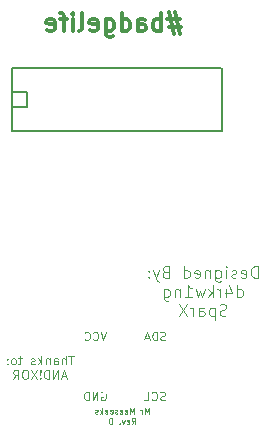
<source format=gbo>
G04 #@! TF.FileFunction,Legend,Bot*
%FSLAX46Y46*%
G04 Gerber Fmt 4.6, Leading zero omitted, Abs format (unit mm)*
G04 Created by KiCad (PCBNEW 4.0.7) date 06/01/18 20:47:04*
%MOMM*%
%LPD*%
G01*
G04 APERTURE LIST*
%ADD10C,0.100000*%
%ADD11C,0.125000*%
%ADD12C,0.300000*%
%ADD13C,0.150000*%
%ADD14C,2.100000*%
%ADD15O,2.100000X2.100000*%
%ADD16R,1.000000X0.900000*%
%ADD17R,2.400000X2.100000*%
%ADD18R,0.908000X1.543000*%
G04 APERTURE END LIST*
D10*
D11*
X101702904Y-126153690D02*
X101702904Y-125653690D01*
X101536238Y-126010833D01*
X101369571Y-125653690D01*
X101369571Y-126153690D01*
X101131475Y-126153690D02*
X101131475Y-125820357D01*
X101131475Y-125915595D02*
X101107666Y-125867976D01*
X101083856Y-125844167D01*
X101036237Y-125820357D01*
X100988618Y-125820357D01*
X100440999Y-126153690D02*
X100440999Y-125653690D01*
X100274333Y-126010833D01*
X100107666Y-125653690D01*
X100107666Y-126153690D01*
X99679094Y-126129881D02*
X99726713Y-126153690D01*
X99821951Y-126153690D01*
X99869570Y-126129881D01*
X99893380Y-126082262D01*
X99893380Y-125891786D01*
X99869570Y-125844167D01*
X99821951Y-125820357D01*
X99726713Y-125820357D01*
X99679094Y-125844167D01*
X99655285Y-125891786D01*
X99655285Y-125939405D01*
X99893380Y-125987024D01*
X99250523Y-126129881D02*
X99298142Y-126153690D01*
X99393380Y-126153690D01*
X99440999Y-126129881D01*
X99464809Y-126082262D01*
X99464809Y-125891786D01*
X99440999Y-125844167D01*
X99393380Y-125820357D01*
X99298142Y-125820357D01*
X99250523Y-125844167D01*
X99226714Y-125891786D01*
X99226714Y-125939405D01*
X99464809Y-125987024D01*
X99036238Y-126129881D02*
X98988619Y-126153690D01*
X98893381Y-126153690D01*
X98845762Y-126129881D01*
X98821952Y-126082262D01*
X98821952Y-126058452D01*
X98845762Y-126010833D01*
X98893381Y-125987024D01*
X98964809Y-125987024D01*
X99012428Y-125963214D01*
X99036238Y-125915595D01*
X99036238Y-125891786D01*
X99012428Y-125844167D01*
X98964809Y-125820357D01*
X98893381Y-125820357D01*
X98845762Y-125844167D01*
X98417190Y-126129881D02*
X98464809Y-126153690D01*
X98560047Y-126153690D01*
X98607666Y-126129881D01*
X98631476Y-126082262D01*
X98631476Y-125891786D01*
X98607666Y-125844167D01*
X98560047Y-125820357D01*
X98464809Y-125820357D01*
X98417190Y-125844167D01*
X98393381Y-125891786D01*
X98393381Y-125939405D01*
X98631476Y-125987024D01*
X97988619Y-126129881D02*
X98036238Y-126153690D01*
X98131476Y-126153690D01*
X98179095Y-126129881D01*
X98202905Y-126082262D01*
X98202905Y-125891786D01*
X98179095Y-125844167D01*
X98131476Y-125820357D01*
X98036238Y-125820357D01*
X97988619Y-125844167D01*
X97964810Y-125891786D01*
X97964810Y-125939405D01*
X98202905Y-125987024D01*
X97750524Y-126153690D02*
X97750524Y-125653690D01*
X97702905Y-125963214D02*
X97560048Y-126153690D01*
X97560048Y-125820357D02*
X97750524Y-126010833D01*
X97369572Y-126129881D02*
X97321953Y-126153690D01*
X97226715Y-126153690D01*
X97179096Y-126129881D01*
X97155286Y-126082262D01*
X97155286Y-126058452D01*
X97179096Y-126010833D01*
X97226715Y-125987024D01*
X97298143Y-125987024D01*
X97345762Y-125963214D01*
X97369572Y-125915595D01*
X97369572Y-125891786D01*
X97345762Y-125844167D01*
X97298143Y-125820357D01*
X97226715Y-125820357D01*
X97179096Y-125844167D01*
X100250523Y-127028690D02*
X100417190Y-126790595D01*
X100536237Y-127028690D02*
X100536237Y-126528690D01*
X100345761Y-126528690D01*
X100298142Y-126552500D01*
X100274333Y-126576310D01*
X100250523Y-126623929D01*
X100250523Y-126695357D01*
X100274333Y-126742976D01*
X100298142Y-126766786D01*
X100345761Y-126790595D01*
X100536237Y-126790595D01*
X99845761Y-127004881D02*
X99893380Y-127028690D01*
X99988618Y-127028690D01*
X100036237Y-127004881D01*
X100060047Y-126957262D01*
X100060047Y-126766786D01*
X100036237Y-126719167D01*
X99988618Y-126695357D01*
X99893380Y-126695357D01*
X99845761Y-126719167D01*
X99821952Y-126766786D01*
X99821952Y-126814405D01*
X100060047Y-126862024D01*
X99655285Y-126695357D02*
X99536238Y-127028690D01*
X99417190Y-126695357D01*
X99226714Y-126981071D02*
X99202905Y-127004881D01*
X99226714Y-127028690D01*
X99250524Y-127004881D01*
X99226714Y-126981071D01*
X99226714Y-127028690D01*
X98607667Y-127028690D02*
X98607667Y-126528690D01*
X98488620Y-126528690D01*
X98417191Y-126552500D01*
X98369572Y-126600119D01*
X98345763Y-126647738D01*
X98321953Y-126742976D01*
X98321953Y-126814405D01*
X98345763Y-126909643D01*
X98369572Y-126957262D01*
X98417191Y-127004881D01*
X98488620Y-127028690D01*
X98607667Y-127028690D01*
D12*
X104321857Y-92769571D02*
X103250428Y-92769571D01*
X103893285Y-92126714D02*
X104321857Y-94055286D01*
X103393285Y-93412429D02*
X104464714Y-93412429D01*
X103821857Y-94055286D02*
X103393285Y-92126714D01*
X102750428Y-93769571D02*
X102750428Y-92269571D01*
X102750428Y-92841000D02*
X102607571Y-92769571D01*
X102321857Y-92769571D01*
X102179000Y-92841000D01*
X102107571Y-92912429D01*
X102036142Y-93055286D01*
X102036142Y-93483857D01*
X102107571Y-93626714D01*
X102179000Y-93698143D01*
X102321857Y-93769571D01*
X102607571Y-93769571D01*
X102750428Y-93698143D01*
X100750428Y-93769571D02*
X100750428Y-92983857D01*
X100821857Y-92841000D01*
X100964714Y-92769571D01*
X101250428Y-92769571D01*
X101393285Y-92841000D01*
X100750428Y-93698143D02*
X100893285Y-93769571D01*
X101250428Y-93769571D01*
X101393285Y-93698143D01*
X101464714Y-93555286D01*
X101464714Y-93412429D01*
X101393285Y-93269571D01*
X101250428Y-93198143D01*
X100893285Y-93198143D01*
X100750428Y-93126714D01*
X99393285Y-93769571D02*
X99393285Y-92269571D01*
X99393285Y-93698143D02*
X99536142Y-93769571D01*
X99821856Y-93769571D01*
X99964714Y-93698143D01*
X100036142Y-93626714D01*
X100107571Y-93483857D01*
X100107571Y-93055286D01*
X100036142Y-92912429D01*
X99964714Y-92841000D01*
X99821856Y-92769571D01*
X99536142Y-92769571D01*
X99393285Y-92841000D01*
X98036142Y-92769571D02*
X98036142Y-93983857D01*
X98107571Y-94126714D01*
X98178999Y-94198143D01*
X98321856Y-94269571D01*
X98536142Y-94269571D01*
X98678999Y-94198143D01*
X98036142Y-93698143D02*
X98178999Y-93769571D01*
X98464713Y-93769571D01*
X98607571Y-93698143D01*
X98678999Y-93626714D01*
X98750428Y-93483857D01*
X98750428Y-93055286D01*
X98678999Y-92912429D01*
X98607571Y-92841000D01*
X98464713Y-92769571D01*
X98178999Y-92769571D01*
X98036142Y-92841000D01*
X96750428Y-93698143D02*
X96893285Y-93769571D01*
X97178999Y-93769571D01*
X97321856Y-93698143D01*
X97393285Y-93555286D01*
X97393285Y-92983857D01*
X97321856Y-92841000D01*
X97178999Y-92769571D01*
X96893285Y-92769571D01*
X96750428Y-92841000D01*
X96678999Y-92983857D01*
X96678999Y-93126714D01*
X97393285Y-93269571D01*
X95821856Y-93769571D02*
X95964714Y-93698143D01*
X96036142Y-93555286D01*
X96036142Y-92269571D01*
X95250428Y-93769571D02*
X95250428Y-92769571D01*
X95250428Y-92269571D02*
X95321857Y-92341000D01*
X95250428Y-92412429D01*
X95179000Y-92341000D01*
X95250428Y-92269571D01*
X95250428Y-92412429D01*
X94750428Y-92769571D02*
X94178999Y-92769571D01*
X94536142Y-93769571D02*
X94536142Y-92483857D01*
X94464714Y-92341000D01*
X94321856Y-92269571D01*
X94178999Y-92269571D01*
X93107571Y-93698143D02*
X93250428Y-93769571D01*
X93536142Y-93769571D01*
X93678999Y-93698143D01*
X93750428Y-93555286D01*
X93750428Y-92983857D01*
X93678999Y-92841000D01*
X93536142Y-92769571D01*
X93250428Y-92769571D01*
X93107571Y-92841000D01*
X93036142Y-92983857D01*
X93036142Y-93126714D01*
X93750428Y-93269571D01*
D10*
X95328382Y-121242226D02*
X94899811Y-121242226D01*
X95114097Y-121992226D02*
X95114097Y-121242226D01*
X94649811Y-121992226D02*
X94649811Y-121242226D01*
X94328382Y-121992226D02*
X94328382Y-121599369D01*
X94364096Y-121527940D01*
X94435525Y-121492226D01*
X94542668Y-121492226D01*
X94614096Y-121527940D01*
X94649811Y-121563654D01*
X93649811Y-121992226D02*
X93649811Y-121599369D01*
X93685525Y-121527940D01*
X93756954Y-121492226D01*
X93899811Y-121492226D01*
X93971240Y-121527940D01*
X93649811Y-121956511D02*
X93721240Y-121992226D01*
X93899811Y-121992226D01*
X93971240Y-121956511D01*
X94006954Y-121885083D01*
X94006954Y-121813654D01*
X93971240Y-121742226D01*
X93899811Y-121706511D01*
X93721240Y-121706511D01*
X93649811Y-121670797D01*
X93292669Y-121492226D02*
X93292669Y-121992226D01*
X93292669Y-121563654D02*
X93256954Y-121527940D01*
X93185526Y-121492226D01*
X93078383Y-121492226D01*
X93006954Y-121527940D01*
X92971240Y-121599369D01*
X92971240Y-121992226D01*
X92614098Y-121992226D02*
X92614098Y-121242226D01*
X92542669Y-121706511D02*
X92328383Y-121992226D01*
X92328383Y-121492226D02*
X92614098Y-121777940D01*
X92042669Y-121956511D02*
X91971240Y-121992226D01*
X91828383Y-121992226D01*
X91756955Y-121956511D01*
X91721240Y-121885083D01*
X91721240Y-121849369D01*
X91756955Y-121777940D01*
X91828383Y-121742226D01*
X91935526Y-121742226D01*
X92006955Y-121706511D01*
X92042669Y-121635083D01*
X92042669Y-121599369D01*
X92006955Y-121527940D01*
X91935526Y-121492226D01*
X91828383Y-121492226D01*
X91756955Y-121527940D01*
X90935525Y-121492226D02*
X90649811Y-121492226D01*
X90828383Y-121242226D02*
X90828383Y-121885083D01*
X90792668Y-121956511D01*
X90721240Y-121992226D01*
X90649811Y-121992226D01*
X90292669Y-121992226D02*
X90364097Y-121956511D01*
X90399812Y-121920797D01*
X90435526Y-121849369D01*
X90435526Y-121635083D01*
X90399812Y-121563654D01*
X90364097Y-121527940D01*
X90292669Y-121492226D01*
X90185526Y-121492226D01*
X90114097Y-121527940D01*
X90078383Y-121563654D01*
X90042669Y-121635083D01*
X90042669Y-121849369D01*
X90078383Y-121920797D01*
X90114097Y-121956511D01*
X90185526Y-121992226D01*
X90292669Y-121992226D01*
X89721241Y-121920797D02*
X89685526Y-121956511D01*
X89721241Y-121992226D01*
X89756955Y-121956511D01*
X89721241Y-121920797D01*
X89721241Y-121992226D01*
X89721241Y-121527940D02*
X89685526Y-121563654D01*
X89721241Y-121599369D01*
X89756955Y-121563654D01*
X89721241Y-121527940D01*
X89721241Y-121599369D01*
X94721240Y-123002940D02*
X94364097Y-123002940D01*
X94792668Y-123217226D02*
X94542668Y-122467226D01*
X94292668Y-123217226D01*
X94042669Y-123217226D02*
X94042669Y-122467226D01*
X93614097Y-123217226D01*
X93614097Y-122467226D01*
X93256955Y-123217226D02*
X93256955Y-122467226D01*
X93078383Y-122467226D01*
X92971240Y-122502940D01*
X92899812Y-122574369D01*
X92864097Y-122645797D01*
X92828383Y-122788654D01*
X92828383Y-122895797D01*
X92864097Y-123038654D01*
X92899812Y-123110083D01*
X92971240Y-123181511D01*
X93078383Y-123217226D01*
X93256955Y-123217226D01*
X92506955Y-123145797D02*
X92471240Y-123181511D01*
X92506955Y-123217226D01*
X92542669Y-123181511D01*
X92506955Y-123145797D01*
X92506955Y-123217226D01*
X92506955Y-122931511D02*
X92542669Y-122502940D01*
X92506955Y-122467226D01*
X92471240Y-122502940D01*
X92506955Y-122931511D01*
X92506955Y-122467226D01*
X92221240Y-122467226D02*
X91721240Y-123217226D01*
X91721240Y-122467226D02*
X92221240Y-123217226D01*
X91292668Y-122467226D02*
X91149811Y-122467226D01*
X91078383Y-122502940D01*
X91006954Y-122574369D01*
X90971240Y-122717226D01*
X90971240Y-122967226D01*
X91006954Y-123110083D01*
X91078383Y-123181511D01*
X91149811Y-123217226D01*
X91292668Y-123217226D01*
X91364097Y-123181511D01*
X91435526Y-123110083D01*
X91471240Y-122967226D01*
X91471240Y-122717226D01*
X91435526Y-122574369D01*
X91364097Y-122502940D01*
X91292668Y-122467226D01*
X90221240Y-123217226D02*
X90471240Y-122860083D01*
X90649812Y-123217226D02*
X90649812Y-122467226D01*
X90364097Y-122467226D01*
X90292669Y-122502940D01*
X90256954Y-122538654D01*
X90221240Y-122610083D01*
X90221240Y-122717226D01*
X90256954Y-122788654D01*
X90292669Y-122824369D01*
X90364097Y-122860083D01*
X90649812Y-122860083D01*
X110918048Y-114676381D02*
X110918048Y-113676381D01*
X110679953Y-113676381D01*
X110537095Y-113724000D01*
X110441857Y-113819238D01*
X110394238Y-113914476D01*
X110346619Y-114104952D01*
X110346619Y-114247810D01*
X110394238Y-114438286D01*
X110441857Y-114533524D01*
X110537095Y-114628762D01*
X110679953Y-114676381D01*
X110918048Y-114676381D01*
X109537095Y-114628762D02*
X109632333Y-114676381D01*
X109822810Y-114676381D01*
X109918048Y-114628762D01*
X109965667Y-114533524D01*
X109965667Y-114152571D01*
X109918048Y-114057333D01*
X109822810Y-114009714D01*
X109632333Y-114009714D01*
X109537095Y-114057333D01*
X109489476Y-114152571D01*
X109489476Y-114247810D01*
X109965667Y-114343048D01*
X109108524Y-114628762D02*
X109013286Y-114676381D01*
X108822810Y-114676381D01*
X108727571Y-114628762D01*
X108679952Y-114533524D01*
X108679952Y-114485905D01*
X108727571Y-114390667D01*
X108822810Y-114343048D01*
X108965667Y-114343048D01*
X109060905Y-114295429D01*
X109108524Y-114200190D01*
X109108524Y-114152571D01*
X109060905Y-114057333D01*
X108965667Y-114009714D01*
X108822810Y-114009714D01*
X108727571Y-114057333D01*
X108251381Y-114676381D02*
X108251381Y-114009714D01*
X108251381Y-113676381D02*
X108299000Y-113724000D01*
X108251381Y-113771619D01*
X108203762Y-113724000D01*
X108251381Y-113676381D01*
X108251381Y-113771619D01*
X107346619Y-114009714D02*
X107346619Y-114819238D01*
X107394238Y-114914476D01*
X107441857Y-114962095D01*
X107537096Y-115009714D01*
X107679953Y-115009714D01*
X107775191Y-114962095D01*
X107346619Y-114628762D02*
X107441857Y-114676381D01*
X107632334Y-114676381D01*
X107727572Y-114628762D01*
X107775191Y-114581143D01*
X107822810Y-114485905D01*
X107822810Y-114200190D01*
X107775191Y-114104952D01*
X107727572Y-114057333D01*
X107632334Y-114009714D01*
X107441857Y-114009714D01*
X107346619Y-114057333D01*
X106870429Y-114009714D02*
X106870429Y-114676381D01*
X106870429Y-114104952D02*
X106822810Y-114057333D01*
X106727572Y-114009714D01*
X106584714Y-114009714D01*
X106489476Y-114057333D01*
X106441857Y-114152571D01*
X106441857Y-114676381D01*
X105584714Y-114628762D02*
X105679952Y-114676381D01*
X105870429Y-114676381D01*
X105965667Y-114628762D01*
X106013286Y-114533524D01*
X106013286Y-114152571D01*
X105965667Y-114057333D01*
X105870429Y-114009714D01*
X105679952Y-114009714D01*
X105584714Y-114057333D01*
X105537095Y-114152571D01*
X105537095Y-114247810D01*
X106013286Y-114343048D01*
X104679952Y-114676381D02*
X104679952Y-113676381D01*
X104679952Y-114628762D02*
X104775190Y-114676381D01*
X104965667Y-114676381D01*
X105060905Y-114628762D01*
X105108524Y-114581143D01*
X105156143Y-114485905D01*
X105156143Y-114200190D01*
X105108524Y-114104952D01*
X105060905Y-114057333D01*
X104965667Y-114009714D01*
X104775190Y-114009714D01*
X104679952Y-114057333D01*
X103108523Y-114152571D02*
X102965666Y-114200190D01*
X102918047Y-114247810D01*
X102870428Y-114343048D01*
X102870428Y-114485905D01*
X102918047Y-114581143D01*
X102965666Y-114628762D01*
X103060904Y-114676381D01*
X103441857Y-114676381D01*
X103441857Y-113676381D01*
X103108523Y-113676381D01*
X103013285Y-113724000D01*
X102965666Y-113771619D01*
X102918047Y-113866857D01*
X102918047Y-113962095D01*
X102965666Y-114057333D01*
X103013285Y-114104952D01*
X103108523Y-114152571D01*
X103441857Y-114152571D01*
X102537095Y-114009714D02*
X102299000Y-114676381D01*
X102060904Y-114009714D02*
X102299000Y-114676381D01*
X102394238Y-114914476D01*
X102441857Y-114962095D01*
X102537095Y-115009714D01*
X101679952Y-114581143D02*
X101632333Y-114628762D01*
X101679952Y-114676381D01*
X101727571Y-114628762D01*
X101679952Y-114581143D01*
X101679952Y-114676381D01*
X101679952Y-114057333D02*
X101632333Y-114104952D01*
X101679952Y-114152571D01*
X101727571Y-114104952D01*
X101679952Y-114057333D01*
X101679952Y-114152571D01*
X109179952Y-116276381D02*
X109179952Y-115276381D01*
X109179952Y-116228762D02*
X109275190Y-116276381D01*
X109465667Y-116276381D01*
X109560905Y-116228762D01*
X109608524Y-116181143D01*
X109656143Y-116085905D01*
X109656143Y-115800190D01*
X109608524Y-115704952D01*
X109560905Y-115657333D01*
X109465667Y-115609714D01*
X109275190Y-115609714D01*
X109179952Y-115657333D01*
X108275190Y-115609714D02*
X108275190Y-116276381D01*
X108513286Y-115228762D02*
X108751381Y-115943048D01*
X108132333Y-115943048D01*
X107751381Y-116276381D02*
X107751381Y-115609714D01*
X107751381Y-115800190D02*
X107703762Y-115704952D01*
X107656143Y-115657333D01*
X107560905Y-115609714D01*
X107465666Y-115609714D01*
X107132333Y-116276381D02*
X107132333Y-115276381D01*
X107037095Y-115895429D02*
X106751380Y-116276381D01*
X106751380Y-115609714D02*
X107132333Y-115990667D01*
X106418047Y-115609714D02*
X106227571Y-116276381D01*
X106037094Y-115800190D01*
X105846618Y-116276381D01*
X105656142Y-115609714D01*
X104751380Y-116276381D02*
X105322809Y-116276381D01*
X105037095Y-116276381D02*
X105037095Y-115276381D01*
X105132333Y-115419238D01*
X105227571Y-115514476D01*
X105322809Y-115562095D01*
X104322809Y-115609714D02*
X104322809Y-116276381D01*
X104322809Y-115704952D02*
X104275190Y-115657333D01*
X104179952Y-115609714D01*
X104037094Y-115609714D01*
X103941856Y-115657333D01*
X103894237Y-115752571D01*
X103894237Y-116276381D01*
X102989475Y-115609714D02*
X102989475Y-116419238D01*
X103037094Y-116514476D01*
X103084713Y-116562095D01*
X103179952Y-116609714D01*
X103322809Y-116609714D01*
X103418047Y-116562095D01*
X102989475Y-116228762D02*
X103084713Y-116276381D01*
X103275190Y-116276381D01*
X103370428Y-116228762D01*
X103418047Y-116181143D01*
X103465666Y-116085905D01*
X103465666Y-115800190D01*
X103418047Y-115704952D01*
X103370428Y-115657333D01*
X103275190Y-115609714D01*
X103084713Y-115609714D01*
X102989475Y-115657333D01*
X108275191Y-117828762D02*
X108132334Y-117876381D01*
X107894238Y-117876381D01*
X107799000Y-117828762D01*
X107751381Y-117781143D01*
X107703762Y-117685905D01*
X107703762Y-117590667D01*
X107751381Y-117495429D01*
X107799000Y-117447810D01*
X107894238Y-117400190D01*
X108084715Y-117352571D01*
X108179953Y-117304952D01*
X108227572Y-117257333D01*
X108275191Y-117162095D01*
X108275191Y-117066857D01*
X108227572Y-116971619D01*
X108179953Y-116924000D01*
X108084715Y-116876381D01*
X107846619Y-116876381D01*
X107703762Y-116924000D01*
X107275191Y-117209714D02*
X107275191Y-118209714D01*
X107275191Y-117257333D02*
X107179953Y-117209714D01*
X106989476Y-117209714D01*
X106894238Y-117257333D01*
X106846619Y-117304952D01*
X106799000Y-117400190D01*
X106799000Y-117685905D01*
X106846619Y-117781143D01*
X106894238Y-117828762D01*
X106989476Y-117876381D01*
X107179953Y-117876381D01*
X107275191Y-117828762D01*
X105941857Y-117876381D02*
X105941857Y-117352571D01*
X105989476Y-117257333D01*
X106084714Y-117209714D01*
X106275191Y-117209714D01*
X106370429Y-117257333D01*
X105941857Y-117828762D02*
X106037095Y-117876381D01*
X106275191Y-117876381D01*
X106370429Y-117828762D01*
X106418048Y-117733524D01*
X106418048Y-117638286D01*
X106370429Y-117543048D01*
X106275191Y-117495429D01*
X106037095Y-117495429D01*
X105941857Y-117447810D01*
X105465667Y-117876381D02*
X105465667Y-117209714D01*
X105465667Y-117400190D02*
X105418048Y-117304952D01*
X105370429Y-117257333D01*
X105275191Y-117209714D01*
X105179952Y-117209714D01*
X104941857Y-116876381D02*
X104275190Y-117876381D01*
X104275190Y-116876381D02*
X104941857Y-117876381D01*
D13*
X107784900Y-96913700D02*
X90131900Y-96913700D01*
X90131900Y-102247700D02*
X107911900Y-102247700D01*
X107911900Y-96913700D02*
X107911900Y-102247700D01*
X90131900Y-102247700D02*
X90131900Y-96913700D01*
X90131900Y-100215700D02*
X91401900Y-100215700D01*
X91401900Y-100215700D02*
X91401900Y-98945700D01*
X91401900Y-98945700D02*
X90131900Y-98945700D01*
D10*
X103085000Y-119917333D02*
X102985000Y-119950667D01*
X102818333Y-119950667D01*
X102751666Y-119917333D01*
X102718333Y-119884000D01*
X102685000Y-119817333D01*
X102685000Y-119750667D01*
X102718333Y-119684000D01*
X102751666Y-119650667D01*
X102818333Y-119617333D01*
X102951666Y-119584000D01*
X103018333Y-119550667D01*
X103051666Y-119517333D01*
X103085000Y-119450667D01*
X103085000Y-119384000D01*
X103051666Y-119317333D01*
X103018333Y-119284000D01*
X102951666Y-119250667D01*
X102785000Y-119250667D01*
X102685000Y-119284000D01*
X102384999Y-119950667D02*
X102384999Y-119250667D01*
X102218333Y-119250667D01*
X102118333Y-119284000D01*
X102051666Y-119350667D01*
X102018333Y-119417333D01*
X101984999Y-119550667D01*
X101984999Y-119650667D01*
X102018333Y-119784000D01*
X102051666Y-119850667D01*
X102118333Y-119917333D01*
X102218333Y-119950667D01*
X102384999Y-119950667D01*
X101718333Y-119750667D02*
X101384999Y-119750667D01*
X101784999Y-119950667D02*
X101551666Y-119250667D01*
X101318333Y-119950667D01*
X103068334Y-124997333D02*
X102968334Y-125030667D01*
X102801667Y-125030667D01*
X102735000Y-124997333D01*
X102701667Y-124964000D01*
X102668334Y-124897333D01*
X102668334Y-124830667D01*
X102701667Y-124764000D01*
X102735000Y-124730667D01*
X102801667Y-124697333D01*
X102935000Y-124664000D01*
X103001667Y-124630667D01*
X103035000Y-124597333D01*
X103068334Y-124530667D01*
X103068334Y-124464000D01*
X103035000Y-124397333D01*
X103001667Y-124364000D01*
X102935000Y-124330667D01*
X102768334Y-124330667D01*
X102668334Y-124364000D01*
X101968333Y-124964000D02*
X102001667Y-124997333D01*
X102101667Y-125030667D01*
X102168333Y-125030667D01*
X102268333Y-124997333D01*
X102335000Y-124930667D01*
X102368333Y-124864000D01*
X102401667Y-124730667D01*
X102401667Y-124630667D01*
X102368333Y-124497333D01*
X102335000Y-124430667D01*
X102268333Y-124364000D01*
X102168333Y-124330667D01*
X102101667Y-124330667D01*
X102001667Y-124364000D01*
X101968333Y-124397333D01*
X101335000Y-125030667D02*
X101668333Y-125030667D01*
X101668333Y-124330667D01*
X97688333Y-124364000D02*
X97754999Y-124330667D01*
X97854999Y-124330667D01*
X97954999Y-124364000D01*
X98021666Y-124430667D01*
X98054999Y-124497333D01*
X98088333Y-124630667D01*
X98088333Y-124730667D01*
X98054999Y-124864000D01*
X98021666Y-124930667D01*
X97954999Y-124997333D01*
X97854999Y-125030667D01*
X97788333Y-125030667D01*
X97688333Y-124997333D01*
X97654999Y-124964000D01*
X97654999Y-124730667D01*
X97788333Y-124730667D01*
X97354999Y-125030667D02*
X97354999Y-124330667D01*
X96954999Y-125030667D01*
X96954999Y-124330667D01*
X96621666Y-125030667D02*
X96621666Y-124330667D01*
X96455000Y-124330667D01*
X96355000Y-124364000D01*
X96288333Y-124430667D01*
X96255000Y-124497333D01*
X96221666Y-124630667D01*
X96221666Y-124730667D01*
X96255000Y-124864000D01*
X96288333Y-124930667D01*
X96355000Y-124997333D01*
X96455000Y-125030667D01*
X96621666Y-125030667D01*
X98088333Y-119250667D02*
X97855000Y-119950667D01*
X97621667Y-119250667D01*
X96988333Y-119884000D02*
X97021667Y-119917333D01*
X97121667Y-119950667D01*
X97188333Y-119950667D01*
X97288333Y-119917333D01*
X97355000Y-119850667D01*
X97388333Y-119784000D01*
X97421667Y-119650667D01*
X97421667Y-119550667D01*
X97388333Y-119417333D01*
X97355000Y-119350667D01*
X97288333Y-119284000D01*
X97188333Y-119250667D01*
X97121667Y-119250667D01*
X97021667Y-119284000D01*
X96988333Y-119317333D01*
X96288333Y-119884000D02*
X96321667Y-119917333D01*
X96421667Y-119950667D01*
X96488333Y-119950667D01*
X96588333Y-119917333D01*
X96655000Y-119850667D01*
X96688333Y-119784000D01*
X96721667Y-119650667D01*
X96721667Y-119550667D01*
X96688333Y-119417333D01*
X96655000Y-119350667D01*
X96588333Y-119284000D01*
X96488333Y-119250667D01*
X96421667Y-119250667D01*
X96321667Y-119284000D01*
X96288333Y-119317333D01*
%LPC*%
D14*
X100965000Y-120904000D03*
D15*
X100965000Y-123444000D03*
X98425000Y-120904000D03*
X98425000Y-123444000D03*
D16*
X109051000Y-99441000D03*
X110151000Y-99441000D03*
D10*
G36*
X111554419Y-80047534D02*
X110700272Y-81965980D01*
X108507763Y-80989812D01*
X109361910Y-79071366D01*
X111554419Y-80047534D01*
X111554419Y-80047534D01*
G37*
G36*
X107900237Y-78420588D02*
X107046090Y-80339034D01*
X104853581Y-79362866D01*
X105707728Y-77444420D01*
X107900237Y-78420588D01*
X107900237Y-78420588D01*
G37*
G36*
X75332298Y-98960891D02*
X77424307Y-98777864D01*
X77633480Y-101168731D01*
X75541471Y-101351758D01*
X75332298Y-98960891D01*
X75332298Y-98960891D01*
G37*
G36*
X75680920Y-102945669D02*
X77772929Y-102762642D01*
X77982102Y-105153509D01*
X75890093Y-105336536D01*
X75680920Y-102945669D01*
X75680920Y-102945669D01*
G37*
G36*
X77933387Y-89699463D02*
X79906741Y-90417705D01*
X79085893Y-92672967D01*
X77112539Y-91954725D01*
X77933387Y-89699463D01*
X77933387Y-89699463D01*
G37*
G36*
X76565307Y-93458233D02*
X78538661Y-94176475D01*
X77717813Y-96431737D01*
X75744459Y-95713495D01*
X76565307Y-93458233D01*
X76565307Y-93458233D01*
G37*
G36*
X83910916Y-82161749D02*
X85471520Y-83566923D01*
X83865606Y-85350471D01*
X82305002Y-83945297D01*
X83910916Y-82161749D01*
X83910916Y-82161749D01*
G37*
G36*
X81234394Y-85134329D02*
X82794998Y-86539503D01*
X81189084Y-88323051D01*
X79628480Y-86917877D01*
X81234394Y-85134329D01*
X81234394Y-85134329D01*
G37*
G36*
X92220036Y-77553598D02*
X93107535Y-79456844D01*
X90932396Y-80471128D01*
X90044897Y-78567882D01*
X92220036Y-77553598D01*
X92220036Y-77553598D01*
G37*
G36*
X88594804Y-79244072D02*
X89482303Y-81147318D01*
X87307164Y-82161602D01*
X86419665Y-80258356D01*
X88594804Y-79244072D01*
X88594804Y-79244072D01*
G37*
D17*
X100755200Y-77876400D03*
X96755200Y-77876400D03*
D10*
G36*
X118634467Y-87171215D02*
X117025773Y-88521069D01*
X115483083Y-86682563D01*
X117091777Y-85332709D01*
X118634467Y-87171215D01*
X118634467Y-87171215D01*
G37*
G36*
X116063317Y-84107037D02*
X114454623Y-85456891D01*
X112911933Y-83618385D01*
X114520627Y-82268531D01*
X116063317Y-84107037D01*
X116063317Y-84107037D01*
G37*
G36*
X122527941Y-95662695D02*
X120554587Y-96380937D01*
X119733739Y-94125675D01*
X121707093Y-93407433D01*
X122527941Y-95662695D01*
X122527941Y-95662695D01*
G37*
G36*
X121159861Y-91903925D02*
X119186507Y-92622167D01*
X118365659Y-90366905D01*
X120339013Y-89648663D01*
X121159861Y-91903925D01*
X121159861Y-91903925D01*
G37*
G36*
X122331507Y-105285736D02*
X120239498Y-105102709D01*
X120448671Y-102711842D01*
X122540680Y-102894869D01*
X122331507Y-105285736D01*
X122331507Y-105285736D01*
G37*
G36*
X122680129Y-101300958D02*
X120588120Y-101117931D01*
X120797293Y-98727064D01*
X122889302Y-98910091D01*
X122680129Y-101300958D01*
X122680129Y-101300958D01*
G37*
D18*
X90766900Y-96024700D03*
X92036900Y-96024700D03*
X93306900Y-96024700D03*
X94576900Y-96024700D03*
X95846900Y-96024700D03*
X97116900Y-96024700D03*
X98386900Y-96024700D03*
X99656900Y-96024700D03*
X100926900Y-96024700D03*
X102196900Y-96024700D03*
X103466900Y-96024700D03*
X104736900Y-96024700D03*
X106006900Y-96024700D03*
X107276900Y-96024700D03*
X107276900Y-103136700D03*
X106006900Y-103136700D03*
X104736900Y-103136700D03*
X103466900Y-103136700D03*
X102196900Y-103136700D03*
X100926900Y-103136700D03*
X99656900Y-103136700D03*
X98386900Y-103136700D03*
X97116900Y-103136700D03*
X95846900Y-103136700D03*
X94576900Y-103136700D03*
X93306900Y-103136700D03*
X92036900Y-103136700D03*
X90766900Y-103136700D03*
M02*

</source>
